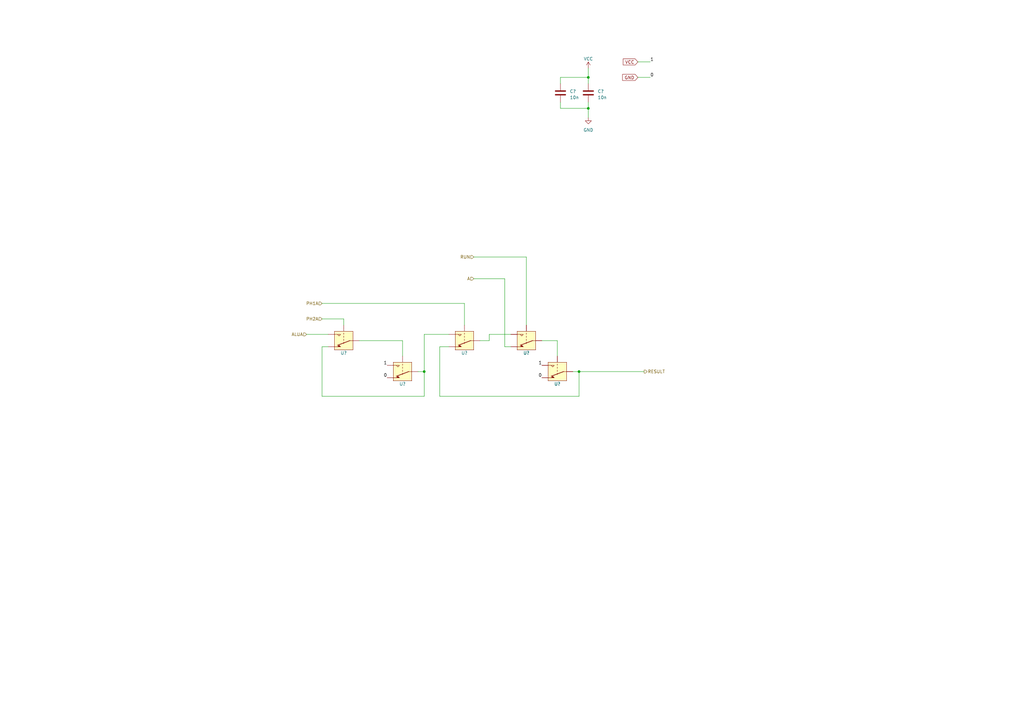
<source format=kicad_sch>
(kicad_sch (version 20230121) (generator eeschema)
  (paper "A3")
  (title_block (title "1 Bit Register"))
  (lib_symbols
    (symbol "Device:C" (pin_numbers hide) (pin_names (offset 0.254))
      (property "Reference" "C" (at 0.635 2.54 0))
      (property "Value" "C" (at 0.635 -2.54 0))
      (symbol "C_0_1"
        (polyline (pts (xy -2.032 -0.762) (xy 2.032 -0.762)) (stroke (width 0.508)))
        (polyline (pts (xy -2.032 0.762) (xy 2.032 0.762)) (stroke (width 0.508)))
      )
      (symbol "C_1_1"
        (pin passive line (at 0 3.81 270) (length 2.794) (name "~") (number "1"))
        (pin passive line (at 0 -3.81 90) (length 2.794) (name "~") (number "2"))
      )
    )
    (symbol "MevaLlibreria:1G3157" (pin_numbers hide)
      (property "Reference" "U" (at 0 -5.08 0))
      (symbol "1G3157_0_0"
        (polyline (pts (xy -3.81 2.54) (xy -1.27 2.54) (xy -1.905 1.905) (xy -2.54 2.54)))
      )
      (symbol "1G3157_0_1"
        (rectangle (start -3.81 3.81) (end 3.81 -3.81) (fill (type background)))
        (polyline (pts (xy 0 -0.635) (xy 0 -1.27)))
        (polyline (pts (xy 0 0.635) (xy 0 0)))
        (polyline (pts (xy 0 1.905) (xy 0 1.27)))
        (polyline (pts (xy 0 3.175) (xy 0 2.54)))
        (polyline (pts (xy 2.54 0) (xy -2.54 -1.905)) (stroke (width 0.254)))
        (polyline (pts (xy 3.81 0) (xy 2.54 0)))
        (polyline (pts (xy -3.81 -2.54) (xy -1.27 -2.54) (xy -1.905 -1.905) (xy -2.54 -2.54)) (fill (type outline)))
      )
      (symbol "1G3157_1_1"
        (pin input line (at -6.35 2.54 0) (length 2.54) (name "~") (number "1"))
        (pin power_in line (at 2.54 -2.54 270) (length 2.54) hide (name "GND") (number "2"))
        (pin input line (at -6.35 -2.54 0) (length 2.54) (name "~") (number "3"))
        (pin output line (at 6.35 0 180) (length 2.54) (name "~") (number "4"))
        (pin power_in line (at 2.54 2.54 90) (length 2.54) hide (name "VCC") (number "5"))
        (pin input line (at 0 6.35 270) (length 2.54) (name "~") (number "6"))
      )
    )
    (symbol "power:GND" (power) (pin_names (offset 0))
      (property "Value" "GND" (at 0 -3.81 0))
      (symbol "GND_0_1"
        (polyline (pts (xy 0 0) (xy 0 -1.27) (xy 1.27 -1.27) (xy 0 -2.54) (xy -1.27 -1.27) (xy 0 -1.27)))
      )
      (symbol "GND_1_1"
        (pin power_in line (at 0 0 270) (length 0) hide (name "GND") (number "1"))
      )
    )
    (symbol "power:VCC" (power) (pin_names (offset 0))
      (property "Value" "VCC" (at 0 3.81 0))
      (symbol "VCC_0_1"
        (polyline (pts (xy -0.762 1.27) (xy 0 2.54)))
        (polyline (pts (xy 0 0) (xy 0 2.54)))
        (polyline (pts (xy 0 2.54) (xy 0.762 1.27)))
      )
      (symbol "VCC_1_1"
        (pin power_in line (at 0 0 90) (length 0) hide (name "VCC") (number "1"))
      )
    )
  )
  (junction (at 237.49 152.4))
  (junction (at 173.99 152.4))
  (junction (at 241.3 31.75))
  (junction (at 241.3 44.45))
  (wire (pts (xy 266.7 25.4) (xy 261.62 25.4)))
  (wire (pts (xy 132.08 142.24) (xy 134.62 142.24)))
  (wire (pts (xy 229.87 31.75) (xy 241.3 31.75)))
  (wire (pts (xy 200.66 139.7) (xy 200.66 137.16)))
  (wire (pts (xy 125.73 137.16) (xy 134.62 137.16)))
  (wire (pts (xy 234.95 152.4) (xy 237.49 152.4)))
  (wire (pts (xy 147.32 139.7) (xy 165.1 139.7)))
  (wire (pts (xy 215.9 105.41) (xy 215.9 133.35)))
  (wire (pts (xy 194.31 105.41) (xy 215.9 105.41)))
  (wire (pts (xy 173.99 162.56) (xy 132.08 162.56)))
  (wire (pts (xy 266.7 31.75) (xy 261.62 31.75)))
  (wire (pts (xy 132.08 124.46) (xy 190.5 124.46)))
  (wire (pts (xy 180.34 142.24) (xy 184.15 142.24)))
  (wire (pts (xy 241.3 44.45) (xy 241.3 41.91)))
  (wire (pts (xy 173.99 137.16) (xy 184.15 137.16)))
  (wire (pts (xy 173.99 152.4) (xy 173.99 162.56)))
  (wire (pts (xy 200.66 137.16) (xy 209.55 137.16)))
  (wire (pts (xy 171.45 152.4) (xy 173.99 152.4)))
  (wire (pts (xy 241.3 44.45) (xy 241.3 48.26)))
  (wire (pts (xy 180.34 162.56) (xy 180.34 142.24)))
  (wire (pts (xy 196.85 139.7) (xy 200.66 139.7)))
  (wire (pts (xy 229.87 31.75) (xy 229.87 34.29)))
  (wire (pts (xy 132.08 162.56) (xy 132.08 142.24)))
  (wire (pts (xy 237.49 152.4) (xy 237.49 162.56)))
  (wire (pts (xy 140.97 130.81) (xy 140.97 133.35)))
  (wire (pts (xy 190.5 124.46) (xy 190.5 133.35)))
  (wire (pts (xy 180.34 162.56) (xy 237.49 162.56)))
  (wire (pts (xy 229.87 44.45) (xy 241.3 44.45)))
  (wire (pts (xy 237.49 152.4) (xy 264.16 152.4)))
  (wire (pts (xy 165.1 139.7) (xy 165.1 146.05)))
  (wire (pts (xy 173.99 137.16) (xy 173.99 152.4)))
  (wire (pts (xy 207.01 114.3) (xy 207.01 142.24)))
  (wire (pts (xy 132.08 130.81) (xy 140.97 130.81)))
  (wire (pts (xy 207.01 142.24) (xy 209.55 142.24)))
  (wire (pts (xy 228.6 139.7) (xy 228.6 146.05)))
  (wire (pts (xy 194.31 114.3) (xy 207.01 114.3)))
  (wire (pts (xy 241.3 31.75) (xy 241.3 34.29)))
  (wire (pts (xy 228.6 139.7) (xy 222.25 139.7)))
  (wire (pts (xy 241.3 27.94) (xy 241.3 31.75)))
  (wire (pts (xy 229.87 44.45) (xy 229.87 41.91)))
  (label "0" (at 158.75 154.94 180))
  (label "1" (at 222.25 149.86 180))
  (label "0" (at 222.25 154.94 180))
  (label "0" (at 266.7 31.75 0))
  (label "1" (at 158.75 149.86 180))
  (label "1" (at 266.7 25.4 0))
  (global_label "GND" (shape input) (at 261.62 31.75 180) (property "Intersheetrefs" "${INTERSHEET_REFS}" (effects hide)))
  (global_label "VCC" (shape input) (at 261.62 25.4 180) (property "Intersheetrefs" "${INTERSHEET_REFS}" (effects hide)))
  (hierarchical_label "PH2A" (shape input) (at 132.08 130.81 180))
  (hierarchical_label "ALUA" (shape input) (at 125.73 137.16 180))
  (hierarchical_label "PH1A" (shape input) (at 132.08 124.46 180))
  (hierarchical_label "A" (shape input) (at 194.31 114.3 180))
  (hierarchical_label "RUN" (shape input) (at 194.31 105.41 180))
  (hierarchical_label "RESULT" (shape output) (at 264.16 152.4 0))
  (symbol (lib_id "Device:C") (at 229.87 38.1 0) (unit 1)
    (property "Reference" "C?" (at 233.68 37.465 0) (effects (justify left)))
    (property "Value" "10n" (at 233.68 40.005 0) (effects (justify left)))
    (property "Footprint" "Capacitor_SMD:C_0603_1608Metric" (effects hide))
    (instances (project "MiniCalc_A" (path "" (reference "C?") (unit 1)) (path "" (reference "C37") (unit 1)) (path "" (reference "C39") (unit 1)) (path "" (reference "C41") (unit 1)) (path "" (reference "C35") (unit 1))) (project "MiniCalc_X" (path "" (reference "C?") (unit 1)) (path "" (reference "C?") (unit 1)) (path "" (reference "C?") (unit 1)) (path "" (reference "C?") (unit 1))))
  )
  (symbol (lib_id "MevaLlibreria:1G3157") (at 228.6 152.4 0) (unit 1)
    (property "Reference" "U?" (at 228.6 157.48 0))
    (property "Value" "1G3157" (effects hide))
    (property "Footprint" "Package_TO_SOT_SMD:SOT-23-6" (effects hide))
    (property "Datasheet" "https://www.ti.com/lit/ds/symlink/sn74lvc1g3157.pdf" (effects hide))
    (property "Sim.Name" "74LVC1G3157" (effects hide))
    (property "Sim.Library" "../SpiceModelsGlobal/AnalogSPDT.txt" (effects hide))
    (property "Sim.Device" "SUBCKT" (effects hide))
    (property "Sim.Pins" "1=1 3=3 4=4 5=5 6=6" (effects hide))
    (property "Manufacturer" "Texas Instruments" (effects hide))
    (property "Part Number" "SN74LVC1G3157DBVR" (effects hide))
    (instances (project "MiniCalc_A" (path "" (reference "U?") (unit 1)) (path "" (reference "U69") (unit 1)) (path "" (reference "U74") (unit 1)) (path "" (reference "U79") (unit 1)) (path "" (reference "U64") (unit 1))) (project "MiniCalc_X" (path "" (reference "U?") (unit 1)) (path "" (reference "U?") (unit 1)) (path "" (reference "U?") (unit 1)) (path "" (reference "U?") (unit 1))))
  )
  (symbol (lib_id "power:GND") (at 241.3 48.26 0) (unit 1)
    (property "Reference" "#PWR?" (effects hide))
    (property "Value" "GND" (at 241.3 53.34 0))
    (instances (project "MiniCalc_A" (path "" (reference "#PWR?") (unit 1)) (path "" (reference "#PWR068") (unit 1)) (path "" (reference "#PWR064") (unit 1)) (path "" (reference "#PWR066") (unit 1)) (path "" (reference "#PWR062") (unit 1))) (project "MiniCalc_X" (path "" (reference "#PWR?") (unit 1)) (path "" (reference "#PWR?") (unit 1)) (path "" (reference "#PWR?") (unit 1)) (path "" (reference "#PWR?") (unit 1))))
  )
  (symbol (lib_id "MevaLlibreria:1G3157") (at 215.9 139.7 0) (unit 1)
    (property "Reference" "U?" (at 215.9 144.78 0))
    (property "Value" "1G3157" (effects hide))
    (property "Footprint" "Package_TO_SOT_SMD:SOT-23-6" (effects hide))
    (property "Datasheet" "https://www.ti.com/lit/ds/symlink/sn74lvc1g3157.pdf" (effects hide))
    (property "Sim.Name" "74LVC1G3157" (effects hide))
    (property "Sim.Library" "../SpiceModelsGlobal/AnalogSPDT.txt" (effects hide))
    (property "Sim.Device" "SUBCKT" (effects hide))
    (property "Sim.Pins" "1=1 3=3 4=4 5=5 6=6" (effects hide))
    (property "Manufacturer" "Texas Instruments" (effects hide))
    (property "Part Number" "SN74LVC1G3157DBVR" (effects hide))
    (instances (project "MiniCalc_A" (path "" (reference "U?") (unit 1)) (path "" (reference "U68") (unit 1)) (path "" (reference "U73") (unit 1)) (path "" (reference "U78") (unit 1)) (path "" (reference "U63") (unit 1))) (project "MiniCalc_X" (path "" (reference "U?") (unit 1)) (path "" (reference "U?") (unit 1)) (path "" (reference "U?") (unit 1)) (path "" (reference "U?") (unit 1))))
  )
  (symbol (lib_id "MevaLlibreria:1G3157") (at 165.1 152.4 0) (unit 1)
    (property "Reference" "U?" (at 165.1 157.48 0))
    (property "Value" "1G3157" (effects hide))
    (property "Footprint" "Package_TO_SOT_SMD:SOT-23-6" (effects hide))
    (property "Datasheet" "https://www.ti.com/lit/ds/symlink/sn74lvc1g3157.pdf" (effects hide))
    (property "Sim.Name" "74LVC1G3157" (effects hide))
    (property "Sim.Library" "../SpiceModelsGlobal/AnalogSPDT.txt" (effects hide))
    (property "Sim.Device" "SUBCKT" (effects hide))
    (property "Sim.Pins" "1=1 3=3 4=4 5=5 6=6" (effects hide))
    (property "Manufacturer" "Texas Instruments" (effects hide))
    (property "Part Number" "SN74LVC1G3157DBVR" (effects hide))
    (instances (project "MiniCalc_A" (path "" (reference "U?") (unit 1)) (path "" (reference "U66") (unit 1)) (path "" (reference "U71") (unit 1)) (path "" (reference "U76") (unit 1)) (path "" (reference "U61") (unit 1))) (project "MiniCalc_X" (path "" (reference "U?") (unit 1)) (path "" (reference "U?") (unit 1)) (path "" (reference "U?") (unit 1)) (path "" (reference "U?") (unit 1))))
  )
  (symbol (lib_id "MevaLlibreria:1G3157") (at 140.97 139.7 0) (unit 1)
    (property "Reference" "U?" (at 140.97 144.78 0))
    (property "Value" "1G3157" (effects hide))
    (property "Footprint" "Package_TO_SOT_SMD:SOT-23-6" (effects hide))
    (property "Datasheet" "https://www.ti.com/lit/ds/symlink/sn74lvc1g3157.pdf" (effects hide))
    (property "Sim.Name" "74LVC1G3157" (effects hide))
    (property "Sim.Library" "../SpiceModelsGlobal/AnalogSPDT.txt" (effects hide))
    (property "Sim.Device" "SUBCKT" (effects hide))
    (property "Sim.Pins" "1=1 3=3 4=4 5=5 6=6" (effects hide))
    (property "Manufacturer" "Texas Instruments" (effects hide))
    (property "Part Number" "SN74LVC1G3157DBVR" (effects hide))
    (instances (project "MiniCalc_A" (path "" (reference "U?") (unit 1)) (path "" (reference "U65") (unit 1)) (path "" (reference "U70") (unit 1)) (path "" (reference "U75") (unit 1)) (path "" (reference "U60") (unit 1))) (project "MiniCalc_X" (path "" (reference "U?") (unit 1)) (path "" (reference "U?") (unit 1)) (path "" (reference "U?") (unit 1)) (path "" (reference "U?") (unit 1))))
  )
  (symbol (lib_id "MevaLlibreria:1G3157") (at 190.5 139.7 0) (unit 1)
    (property "Reference" "U?" (at 190.5 144.78 0))
    (property "Value" "1G3157" (effects hide))
    (property "Footprint" "Package_TO_SOT_SMD:SOT-23-6" (effects hide))
    (property "Datasheet" "https://www.ti.com/lit/ds/symlink/sn74lvc1g3157.pdf" (effects hide))
    (property "Sim.Name" "74LVC1G3157" (effects hide))
    (property "Sim.Library" "../SpiceModelsGlobal/AnalogSPDT.txt" (effects hide))
    (property "Sim.Device" "SUBCKT" (effects hide))
    (property "Sim.Pins" "1=1 3=3 4=4 5=5 6=6" (effects hide))
    (property "Manufacturer" "Texas Instruments" (effects hide))
    (property "Part Number" "SN74LVC1G3157DBVR" (effects hide))
    (instances (project "MiniCalc_A" (path "" (reference "U?") (unit 1)) (path "" (reference "U67") (unit 1)) (path "" (reference "U72") (unit 1)) (path "" (reference "U77") (unit 1)) (path "" (reference "U62") (unit 1))) (project "MiniCalc_X" (path "" (reference "U?") (unit 1)) (path "" (reference "U?") (unit 1)) (path "" (reference "U?") (unit 1)) (path "" (reference "U?") (unit 1))))
  )
  (symbol (lib_id "Device:C") (at 241.3 38.1 0) (unit 1)
    (property "Reference" "C?" (at 245.11 37.465 0) (effects (justify left)))
    (property "Value" "10n" (at 245.11 40.005 0) (effects (justify left)))
    (property "Footprint" "Capacitor_SMD:C_0603_1608Metric" (effects hide))
    (instances (project "MiniCalc_A" (path "" (reference "C?") (unit 1)) (path "" (reference "C38") (unit 1)) (path "" (reference "C40") (unit 1)) (path "" (reference "C42") (unit 1)) (path "" (reference "C36") (unit 1))) (project "MiniCalc_X" (path "" (reference "C?") (unit 1)) (path "" (reference "C?") (unit 1)) (path "" (reference "C?") (unit 1)) (path "" (reference "C?") (unit 1))))
  )
  (symbol (lib_id "power:VCC") (at 241.3 27.94 0) (unit 1)
    (property "Reference" "#PWR?" (effects hide))
    (property "Value" "VCC" (at 241.3 24.13 0))
    (instances (project "MiniCalc_A" (path "" (reference "#PWR?") (unit 1)) (path "" (reference "#PWR067") (unit 1)) (path "" (reference "#PWR063") (unit 1)) (path "" (reference "#PWR065") (unit 1)) (path "" (reference "#PWR061") (unit 1))) (project "MiniCalc_X" (path "" (reference "#PWR?") (unit 1)) (path "" (reference "#PWR?") (unit 1)) (path "" (reference "#PWR?") (unit 1)) (path "" (reference "#PWR?") (unit 1))))
  )
)
</source>
